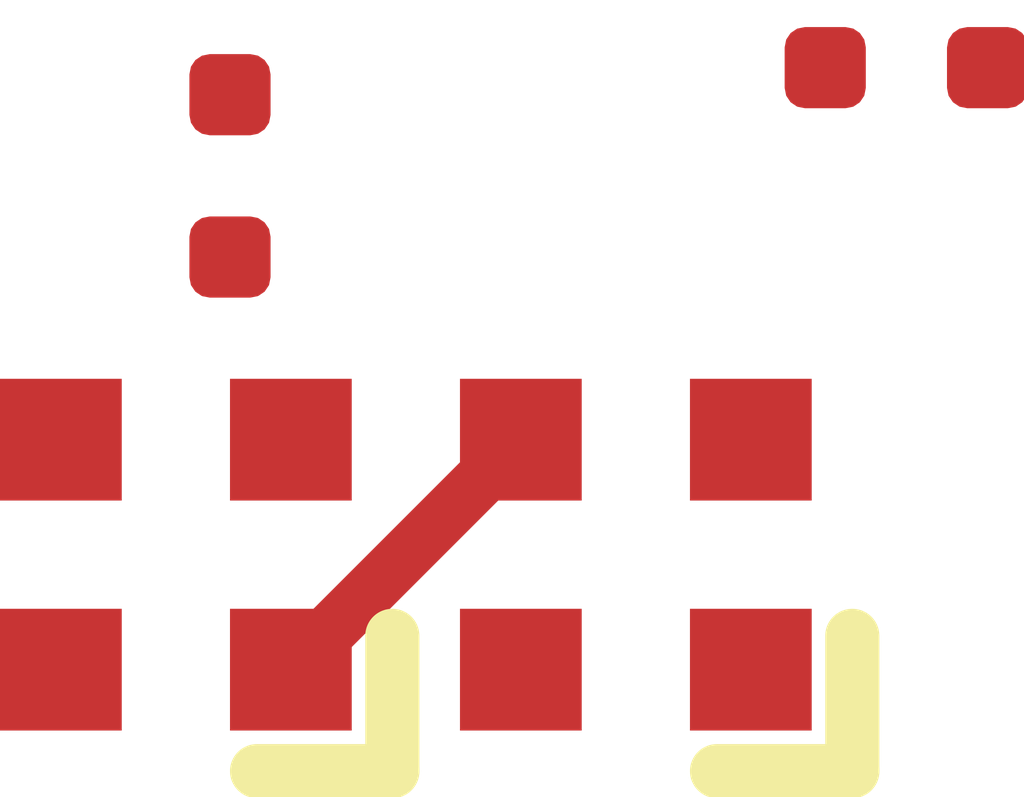
<source format=kicad_pcb>
(kicad_pcb (version 20221018) (generator pcbnew)
  (layers (0 "F.Cu" signal) (31 "B.Cu" signal) (34 "B.Paste" user) (35 "F.Paste" user) (36 "B.SilkS" user "B.Silkscreen") (37 "F.SilkS" user "F.Silkscreen") (38 "B.Mask" user) (39 "F.Mask" user) (44 "Edge.Cuts" user))
  (property "NAME1" "Name1")
  (property "NAME2" "Name2")
  (net 0 "")
  (net 1 "Net-(D1-⏚)")
  (net 5 "Net-(D2-⏚)")
  (net 7 "Net-(D1-O)")
  (footprint "RevK:SMD1010" (layer "F.Cu") (at 116.2 56.5 180)
    (fp_text reference "D1" hide)
    (fp_text value "XL-1010RGBC-WS2812B" hide)
    (fp_line (start -0.8 -0.8) (end -0.8 -0.3) (stroke (width 0.2)) (layer "F.SilkS"))
    (fp_line (start -0.3 -0.8) (end -0.8 -0.8) (stroke (width 0.2)) (layer "F.SilkS"))
    (pad "1" smd rect (at -0.425 -0.425 180) (size 0.45 0.45) (layers "F.Cu" "F.Paste" "F.Mask") (net 7 "Net-(D1-O)"))
    (pad "2" smd rect (at 0.425 -0.425 180) (size 0.45 0.45) (layers "F.Cu" "F.Paste" "F.Mask"))
    (pad "3" smd rect (at -0.425 0.425 180) (size 0.45 0.45) (layers "F.Cu" "F.Paste" "F.Mask") (net 1 "Net-(D1-⏚)"))
    (pad "4" smd rect (at 0.425 0.425 180) (size 0.45 0.45) (layers "F.Cu" "F.Paste" "F.Mask"))
  )
  (footprint "RevK:C_0201" (layer "F.Cu") (at 116.4 55.1 90)
    (fp_text reference "C1" hide)
    (fp_text value "100nF" hide)
    (pad "1" smd roundrect (at -0.3 0 90) (size 0.3 0.3) (layers "F.Cu" "F.Paste" "F.Mask") (net 1 "Net-(D1-⏚)"))
    (pad "2" smd roundrect (at 0.3 0 90) (size 0.3 0.3) (layers "F.Cu" "F.Paste" "F.Mask"))
  )
  (footprint "RevK:C_0201" (layer "F.Cu") (at 118.9 54.7 180)
    (fp_text reference "C2" hide)
    (fp_text value "100nF" hide)
    (pad "1" smd roundrect (at -0.3 0 180) (size 0.3 0.3) (layers "F.Cu" "F.Paste" "F.Mask") (net 5 "Net-(D2-⏚)"))
    (pad "2" smd roundrect (at 0.3 0 180) (size 0.3 0.3) (layers "F.Cu" "F.Paste" "F.Mask"))
  )
  (footprint "RevK:SMD1010" (layer "F.Cu") (at 117.9 56.5 180)
    (fp_text reference "D2" hide)
    (fp_text value "XL-1010RGBC-WS2812B" hide)
    (fp_line (start -0.8 -0.8) (end -0.8 -0.3) (stroke (width 0.2)) (layer "F.SilkS"))
    (fp_line (start -0.3 -0.8) (end -0.8 -0.8) (stroke (width 0.2)) (layer "F.SilkS"))
    (pad "1" smd rect (at -0.425 -0.425 180) (size 0.45 0.45) (layers "F.Cu" "F.Paste" "F.Mask"))
    (pad "2" smd rect (at 0.425 -0.425 180) (size 0.45 0.45) (layers "F.Cu" "F.Paste" "F.Mask"))
    (pad "3" smd rect (at -0.425 0.425 180) (size 0.45 0.45) (layers "F.Cu" "F.Paste" "F.Mask") (net 5 "Net-(D2-⏚)"))
    (pad "4" smd rect (at 0.425 0.425 180) (size 0.45 0.45) (layers "F.Cu" "F.Paste" "F.Mask") (net 7 "Net-(D1-O)"))
  )
  (segment (start 117.475 56.075) (end 116.625 56.925) (width 0.2) (layer "F.Cu") (net 7))
  (segment (start 117.45 56.075) (end 117.45 56.1) (width 0.2) (layer "F.Cu") (net 7))
)
</source>
